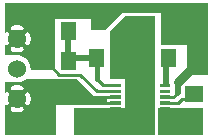
<source format=gbr>
G04 start of page 2 for group 0 idx 0 *
G04 Title: (unknown), component *
G04 Creator: pcb 20110918 *
G04 CreationDate: Tue 09 Apr 2013 04:13:52 PM GMT UTC *
G04 For: railfan *
G04 Format: Gerber/RS-274X *
G04 PCB-Dimensions: 70000 46000 *
G04 PCB-Coordinate-Origin: lower left *
%MOIN*%
%FSLAX25Y25*%
%LNTOP*%
%ADD22C,0.0380*%
%ADD21C,0.0360*%
%ADD20R,0.0660X0.0660*%
%ADD19R,0.0100X0.0100*%
%ADD18R,0.0117X0.0117*%
%ADD17R,0.0512X0.0512*%
%ADD16C,0.0600*%
%ADD15C,0.0300*%
%ADD14C,0.0150*%
%ADD13C,0.0200*%
%ADD12C,0.0100*%
%ADD11C,0.0001*%
G54D11*G36*
X9500Y45000D02*X18000D01*
Y22500D01*
X9970D01*
X10000Y23000D01*
X9958Y23706D01*
X9793Y24395D01*
X9522Y25049D01*
X9500Y25085D01*
Y31055D01*
X9551Y31106D01*
X9619Y31202D01*
X9670Y31308D01*
X9818Y31716D01*
X9922Y32137D01*
X9984Y32567D01*
X10005Y33000D01*
X9984Y33433D01*
X9922Y33863D01*
X9818Y34284D01*
X9675Y34694D01*
X9622Y34800D01*
X9553Y34896D01*
X9500Y34950D01*
Y45000D01*
G37*
G36*
X9113D02*X12000D01*
Y22500D01*
X9970D01*
X10000Y23000D01*
X9958Y23706D01*
X9793Y24395D01*
X9522Y25049D01*
X9152Y25653D01*
X9113Y25698D01*
Y30853D01*
X9156Y30860D01*
X9268Y30897D01*
X9373Y30952D01*
X9468Y31022D01*
X9551Y31106D01*
X9619Y31202D01*
X9670Y31308D01*
X9818Y31716D01*
X9922Y32137D01*
X9984Y32567D01*
X10005Y33000D01*
X9984Y33433D01*
X9922Y33863D01*
X9818Y34284D01*
X9675Y34694D01*
X9622Y34800D01*
X9553Y34896D01*
X9470Y34981D01*
X9375Y35051D01*
X9269Y35106D01*
X9157Y35143D01*
X9113Y35151D01*
Y45000D01*
G37*
G36*
X5502D02*X9113D01*
Y35151D01*
X9040Y35163D01*
X8921Y35164D01*
X8804Y35146D01*
X8691Y35110D01*
X8585Y35057D01*
X8488Y34988D01*
X8404Y34905D01*
X8333Y34809D01*
X8279Y34704D01*
X8241Y34592D01*
X8222Y34475D01*
X8221Y34356D01*
X8239Y34239D01*
X8277Y34126D01*
X8376Y33855D01*
X8444Y33575D01*
X8486Y33289D01*
X8500Y33000D01*
X8486Y32711D01*
X8444Y32425D01*
X8376Y32145D01*
X8280Y31872D01*
X8242Y31761D01*
X8225Y31644D01*
X8225Y31526D01*
X8245Y31409D01*
X8282Y31297D01*
X8336Y31193D01*
X8406Y31098D01*
X8491Y31015D01*
X8587Y30946D01*
X8692Y30893D01*
X8805Y30857D01*
X8921Y30840D01*
X9039Y30841D01*
X9113Y30853D01*
Y25698D01*
X8692Y26192D01*
X8153Y26652D01*
X7549Y27022D01*
X6895Y27293D01*
X6206Y27458D01*
X5502Y27514D01*
Y28495D01*
X5933Y28516D01*
X6363Y28578D01*
X6784Y28682D01*
X7194Y28825D01*
X7300Y28878D01*
X7396Y28947D01*
X7481Y29030D01*
X7551Y29125D01*
X7606Y29231D01*
X7643Y29343D01*
X7663Y29460D01*
X7664Y29579D01*
X7646Y29696D01*
X7610Y29809D01*
X7557Y29915D01*
X7488Y30012D01*
X7405Y30096D01*
X7309Y30167D01*
X7204Y30221D01*
X7092Y30259D01*
X6975Y30278D01*
X6856Y30279D01*
X6739Y30261D01*
X6626Y30223D01*
X6355Y30124D01*
X6075Y30056D01*
X5789Y30014D01*
X5502Y30000D01*
Y36000D01*
X5789Y35986D01*
X6075Y35944D01*
X6355Y35876D01*
X6628Y35780D01*
X6739Y35742D01*
X6856Y35725D01*
X6974Y35725D01*
X7091Y35745D01*
X7203Y35782D01*
X7307Y35836D01*
X7402Y35906D01*
X7485Y35991D01*
X7554Y36087D01*
X7607Y36192D01*
X7643Y36305D01*
X7660Y36421D01*
X7659Y36539D01*
X7640Y36656D01*
X7603Y36768D01*
X7548Y36873D01*
X7478Y36968D01*
X7394Y37051D01*
X7298Y37119D01*
X7192Y37170D01*
X6784Y37318D01*
X6363Y37422D01*
X5933Y37484D01*
X5502Y37505D01*
Y45000D01*
G37*
G36*
X1500D02*X5502D01*
Y37505D01*
X5500Y37505D01*
X5067Y37484D01*
X4637Y37422D01*
X4216Y37318D01*
X3806Y37175D01*
X3700Y37122D01*
X3604Y37053D01*
X3519Y36970D01*
X3449Y36875D01*
X3394Y36769D01*
X3357Y36657D01*
X3337Y36540D01*
X3336Y36421D01*
X3354Y36304D01*
X3390Y36191D01*
X3443Y36085D01*
X3512Y35988D01*
X3595Y35904D01*
X3691Y35833D01*
X3796Y35779D01*
X3908Y35741D01*
X4025Y35722D01*
X4144Y35721D01*
X4261Y35739D01*
X4374Y35777D01*
X4645Y35876D01*
X4925Y35944D01*
X5211Y35986D01*
X5500Y36000D01*
X5502Y36000D01*
Y30000D01*
X5500Y30000D01*
X5211Y30014D01*
X4925Y30056D01*
X4645Y30124D01*
X4372Y30220D01*
X4261Y30258D01*
X4144Y30275D01*
X4026Y30275D01*
X3909Y30255D01*
X3797Y30218D01*
X3693Y30164D01*
X3598Y30094D01*
X3515Y30009D01*
X3446Y29913D01*
X3393Y29808D01*
X3357Y29695D01*
X3340Y29579D01*
X3341Y29461D01*
X3360Y29344D01*
X3397Y29232D01*
X3452Y29127D01*
X3522Y29032D01*
X3606Y28949D01*
X3702Y28881D01*
X3808Y28830D01*
X4216Y28682D01*
X4637Y28578D01*
X5067Y28516D01*
X5500Y28495D01*
X5502Y28495D01*
Y27514D01*
X5500Y27514D01*
X5324Y27500D01*
X1500D01*
Y31050D01*
X1530Y31019D01*
X1625Y30949D01*
X1731Y30894D01*
X1843Y30857D01*
X1960Y30837D01*
X2079Y30836D01*
X2196Y30854D01*
X2309Y30890D01*
X2415Y30943D01*
X2512Y31012D01*
X2596Y31095D01*
X2667Y31191D01*
X2721Y31296D01*
X2759Y31408D01*
X2778Y31525D01*
X2779Y31644D01*
X2761Y31761D01*
X2723Y31874D01*
X2624Y32145D01*
X2556Y32425D01*
X2514Y32711D01*
X2500Y33000D01*
X2514Y33289D01*
X2556Y33575D01*
X2624Y33855D01*
X2720Y34128D01*
X2758Y34239D01*
X2775Y34356D01*
X2775Y34474D01*
X2755Y34591D01*
X2718Y34703D01*
X2664Y34807D01*
X2594Y34902D01*
X2509Y34985D01*
X2413Y35054D01*
X2308Y35107D01*
X2195Y35143D01*
X2079Y35160D01*
X1961Y35159D01*
X1844Y35140D01*
X1732Y35103D01*
X1627Y35048D01*
X1532Y34978D01*
X1500Y34945D01*
Y45000D01*
G37*
G36*
X13000Y12500D02*Y19500D01*
X25500D01*
X31000Y14000D01*
Y12500D01*
X13000D01*
G37*
G36*
X35500Y14000D02*Y11000D01*
X13000D01*
Y14000D01*
X35500D01*
G37*
G36*
X9113Y19500D02*X18500D01*
Y1000D01*
X9113D01*
Y10853D01*
X9156Y10860D01*
X9268Y10897D01*
X9373Y10952D01*
X9468Y11022D01*
X9551Y11106D01*
X9619Y11202D01*
X9670Y11308D01*
X9818Y11716D01*
X9922Y12137D01*
X9984Y12567D01*
X10005Y13000D01*
X9984Y13433D01*
X9922Y13863D01*
X9818Y14284D01*
X9675Y14694D01*
X9622Y14800D01*
X9553Y14896D01*
X9470Y14981D01*
X9375Y15051D01*
X9269Y15106D01*
X9157Y15143D01*
X9113Y15151D01*
Y19500D01*
G37*
G36*
X8331D02*X9113D01*
Y15151D01*
X9040Y15163D01*
X8921Y15164D01*
X8804Y15146D01*
X8691Y15110D01*
X8585Y15057D01*
X8488Y14988D01*
X8404Y14905D01*
X8333Y14809D01*
X8279Y14704D01*
X8241Y14592D01*
X8222Y14475D01*
X8221Y14356D01*
X8239Y14239D01*
X8277Y14126D01*
X8376Y13855D01*
X8444Y13575D01*
X8486Y13289D01*
X8500Y13000D01*
X8486Y12711D01*
X8444Y12425D01*
X8376Y12145D01*
X8280Y11872D01*
X8242Y11761D01*
X8225Y11644D01*
X8225Y11526D01*
X8245Y11409D01*
X8282Y11297D01*
X8336Y11193D01*
X8406Y11098D01*
X8491Y11015D01*
X8587Y10946D01*
X8692Y10893D01*
X8805Y10857D01*
X8921Y10840D01*
X9039Y10841D01*
X9113Y10853D01*
Y1000D01*
X5502D01*
Y8495D01*
X5933Y8516D01*
X6363Y8578D01*
X6784Y8682D01*
X7194Y8825D01*
X7300Y8878D01*
X7396Y8947D01*
X7481Y9030D01*
X7551Y9125D01*
X7606Y9231D01*
X7643Y9343D01*
X7663Y9460D01*
X7664Y9579D01*
X7646Y9696D01*
X7610Y9809D01*
X7557Y9915D01*
X7488Y10012D01*
X7405Y10096D01*
X7309Y10167D01*
X7204Y10221D01*
X7092Y10259D01*
X6975Y10278D01*
X6856Y10279D01*
X6739Y10261D01*
X6626Y10223D01*
X6355Y10124D01*
X6075Y10056D01*
X5789Y10014D01*
X5502Y10000D01*
Y16000D01*
X5789Y15986D01*
X6075Y15944D01*
X6355Y15876D01*
X6628Y15780D01*
X6739Y15742D01*
X6856Y15725D01*
X6974Y15725D01*
X7091Y15745D01*
X7203Y15782D01*
X7307Y15836D01*
X7402Y15906D01*
X7485Y15991D01*
X7554Y16087D01*
X7607Y16192D01*
X7643Y16305D01*
X7660Y16421D01*
X7659Y16539D01*
X7640Y16656D01*
X7603Y16768D01*
X7548Y16873D01*
X7478Y16968D01*
X7394Y17051D01*
X7298Y17119D01*
X7192Y17170D01*
X6784Y17318D01*
X6363Y17422D01*
X5933Y17484D01*
X5502Y17505D01*
Y18486D01*
X6206Y18542D01*
X6895Y18707D01*
X7549Y18978D01*
X8153Y19348D01*
X8331Y19500D01*
G37*
G36*
X5502Y1000D02*X1500D01*
Y11050D01*
X1530Y11019D01*
X1625Y10949D01*
X1731Y10894D01*
X1843Y10857D01*
X1960Y10837D01*
X2079Y10836D01*
X2196Y10854D01*
X2309Y10890D01*
X2415Y10943D01*
X2512Y11012D01*
X2596Y11095D01*
X2667Y11191D01*
X2721Y11296D01*
X2759Y11408D01*
X2778Y11525D01*
X2779Y11644D01*
X2761Y11761D01*
X2723Y11874D01*
X2624Y12145D01*
X2556Y12425D01*
X2514Y12711D01*
X2500Y13000D01*
X2514Y13289D01*
X2556Y13575D01*
X2624Y13855D01*
X2720Y14128D01*
X2758Y14239D01*
X2775Y14356D01*
X2775Y14474D01*
X2755Y14591D01*
X2718Y14703D01*
X2664Y14807D01*
X2594Y14902D01*
X2509Y14985D01*
X2413Y15054D01*
X2308Y15107D01*
X2195Y15143D01*
X2079Y15160D01*
X1961Y15159D01*
X1844Y15140D01*
X1732Y15103D01*
X1627Y15048D01*
X1532Y14978D01*
X1500Y14945D01*
Y18500D01*
X5324D01*
X5500Y18486D01*
X5502Y18486D01*
Y17505D01*
X5500Y17505D01*
X5067Y17484D01*
X4637Y17422D01*
X4216Y17318D01*
X3806Y17175D01*
X3700Y17122D01*
X3604Y17053D01*
X3519Y16970D01*
X3449Y16875D01*
X3394Y16769D01*
X3357Y16657D01*
X3337Y16540D01*
X3336Y16421D01*
X3354Y16304D01*
X3390Y16191D01*
X3443Y16085D01*
X3512Y15988D01*
X3595Y15904D01*
X3691Y15833D01*
X3796Y15779D01*
X3908Y15741D01*
X4025Y15722D01*
X4144Y15721D01*
X4261Y15739D01*
X4374Y15777D01*
X4645Y15876D01*
X4925Y15944D01*
X5211Y15986D01*
X5500Y16000D01*
X5502Y16000D01*
Y10000D01*
X5500Y10000D01*
X5211Y10014D01*
X4925Y10056D01*
X4645Y10124D01*
X4372Y10220D01*
X4261Y10258D01*
X4144Y10275D01*
X4026Y10275D01*
X3909Y10255D01*
X3797Y10218D01*
X3693Y10164D01*
X3598Y10094D01*
X3515Y10009D01*
X3446Y9913D01*
X3393Y9808D01*
X3357Y9695D01*
X3340Y9579D01*
X3341Y9461D01*
X3360Y9344D01*
X3397Y9232D01*
X3452Y9127D01*
X3522Y9032D01*
X3606Y8949D01*
X3702Y8881D01*
X3808Y8830D01*
X4216Y8682D01*
X4637Y8578D01*
X5067Y8516D01*
X5500Y8495D01*
X5502Y8495D01*
Y1000D01*
G37*
G36*
X58500Y45000D02*Y41500D01*
X13000D01*
Y45000D01*
X58500D01*
G37*
G36*
X13000D02*X35500D01*
Y39500D01*
X13000D01*
Y45000D01*
G37*
G36*
X34000Y36000D02*Y40135D01*
X34151Y40228D01*
X34486Y40514D01*
X34772Y40849D01*
X35003Y41225D01*
X35171Y41632D01*
X35274Y42061D01*
X35300Y42500D01*
X40500D01*
Y41500D01*
X35000Y36000D01*
X34000D01*
G37*
G36*
X42500Y40500D02*Y34500D01*
X40279D01*
X40275Y34503D01*
X39868Y34671D01*
X39439Y34774D01*
X39000Y34809D01*
X38561Y34774D01*
X38132Y34671D01*
X37725Y34503D01*
X37721Y34500D01*
X36500D01*
Y35500D01*
X41500Y40500D01*
X42500D01*
G37*
G36*
X35000Y36000D02*X30000D01*
Y41221D01*
X30228Y40849D01*
X30514Y40514D01*
X30849Y40228D01*
X31225Y39997D01*
X31632Y39829D01*
X32061Y39726D01*
X32500Y39691D01*
X32939Y39726D01*
X33368Y39829D01*
X33775Y39997D01*
X34151Y40228D01*
X34486Y40514D01*
X34772Y40849D01*
X35000Y41221D01*
Y36000D01*
G37*
G36*
X51500Y1000D02*X24500D01*
Y10000D01*
X51500D01*
Y1000D01*
G37*
G36*
X34500Y12000D02*X39500D01*
Y11000D01*
X34500D01*
Y12000D01*
G37*
G36*
Y14000D02*X39500D01*
Y13000D01*
X34500D01*
Y14000D01*
G37*
G36*
X67500Y1000D02*X52500D01*
Y10000D01*
X67500D01*
Y1000D01*
G37*
G36*
X56000Y17000D02*X54000D01*
Y26500D01*
X56000D01*
Y17000D01*
G37*
G36*
X41500Y1000D02*Y40500D01*
X51500D01*
Y1000D01*
X41500D01*
G37*
G36*
X36500Y19500D02*Y35500D01*
X42000D01*
Y40500D01*
X43500D01*
Y19500D01*
X36500D01*
G37*
G36*
X69000Y31000D02*X53500D01*
Y45000D01*
X69000D01*
Y31000D01*
G37*
G36*
X62000Y21000D02*Y33000D01*
X69000D01*
Y21000D01*
X62000D01*
G37*
G54D12*X56000Y26457D02*X56043Y26500D01*
X38254Y15470D02*X32030D01*
X38254Y17438D02*X34062D01*
X32000Y19500D01*
G54D13*X31957Y26500D02*X22629D01*
G54D14*X32000Y19500D02*Y26457D01*
G54D12*X31957Y26500D01*
X32030Y15470D02*X26500Y21000D01*
X19500D01*
G54D13*X22629Y26500D02*Y35414D01*
G54D12*X22543Y35500D01*
X57500Y13500D02*X59000Y15000D01*
X54746Y13500D02*X57500D01*
X54746Y11530D02*X59030D01*
X60500Y13000D01*
X64000D01*
X19500Y21000D02*X16000Y24500D01*
G54D15*X59000Y18500D02*X64500Y24000D01*
G54D13*X59000Y15000D02*Y18500D01*
G54D16*X5500Y13000D03*
Y23000D03*
Y33000D03*
G54D17*X15595Y7181D02*Y4819D01*
X27405Y7181D02*Y4819D01*
G54D18*X37105Y17440D02*X39403D01*
G54D19*X37355D02*X39153D01*
G54D18*X37105Y15470D02*X39403D01*
G54D19*X37355D02*X39153D01*
G54D18*X37105Y13500D02*X39403D01*
G54D19*X37355D02*X39153D01*
G54D18*X37105Y11530D02*X39403D01*
G54D19*X37355D02*X39153D01*
G54D18*X37105Y9560D02*X39403D01*
G54D19*X37355D02*X39153D01*
G54D20*X46500Y13900D02*Y13100D01*
G54D17*X56043Y37893D02*Y37107D01*
X48957Y37893D02*Y37107D01*
X15457Y35893D02*Y35107D01*
X22543Y35893D02*Y35107D01*
X48957Y26893D02*Y26107D01*
X56043Y26893D02*Y26107D01*
X39043Y26893D02*Y26107D01*
X31957Y26893D02*Y26107D01*
X22543Y25893D02*Y25107D01*
X15457Y25893D02*Y25107D01*
X64107Y14543D02*X64893D01*
X64107Y7457D02*X64893D01*
G54D18*X53597Y9560D02*X55895D01*
G54D19*X53847D02*X55645D01*
G54D18*X53597Y11530D02*X55895D01*
G54D19*X53847D02*X55645D01*
G54D18*X53597Y13500D02*X55895D01*
G54D19*X53847D02*X55645D01*
G54D18*X53597Y15470D02*X55895D01*
G54D19*X53847D02*X55645D01*
G54D18*X53597Y17440D02*X55895D01*
G54D19*X53847D02*X55645D01*
G54D21*X44000Y32000D03*
X39000D03*
X49000D03*
X44000Y27000D03*
X32500Y38500D03*
X36500Y42500D03*
X32500D03*
X65500D03*
Y38000D03*
X61500D03*
X65500Y33500D03*
X61500D03*
Y42500D03*
X44000Y22000D03*
X36000Y5500D03*
X32500Y7500D03*
Y3500D03*
X59000Y7000D03*
X60000Y3000D03*
X56000Y4000D03*
G54D13*G54D22*M02*

</source>
